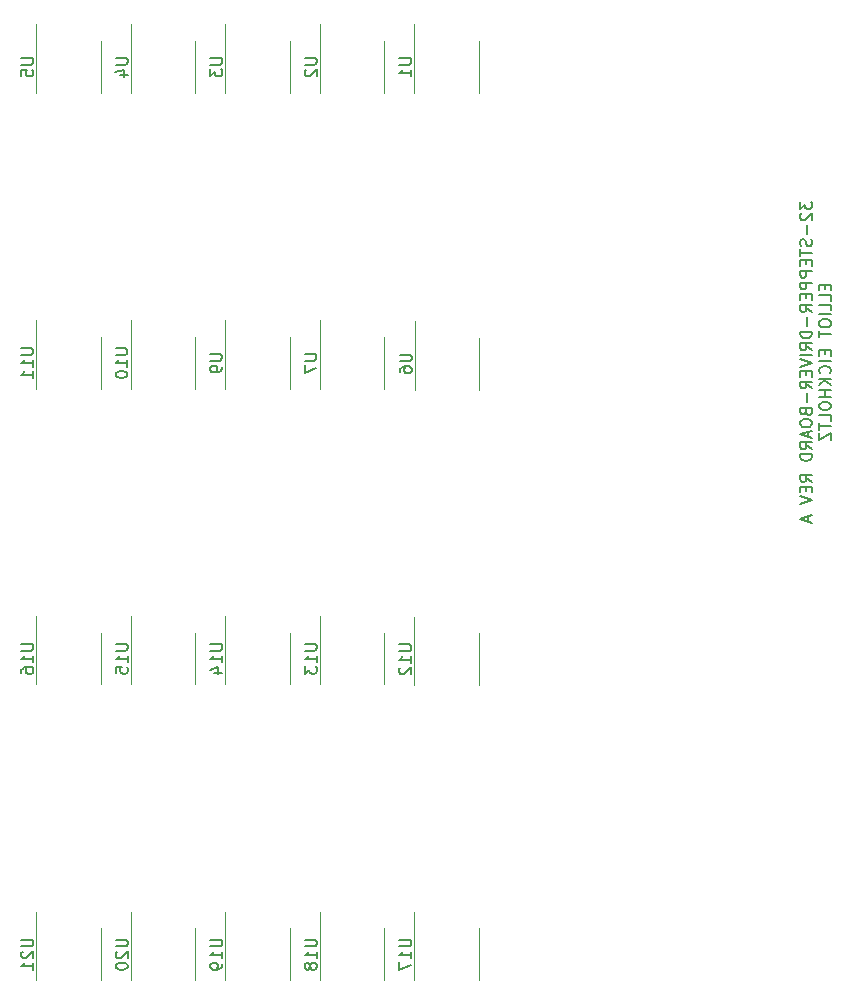
<source format=gbr>
%TF.GenerationSoftware,KiCad,Pcbnew,(6.0.5)*%
%TF.CreationDate,2022-06-09T13:10:52-04:00*%
%TF.ProjectId,32-STEPPER-DRIVER-BOARD,33322d53-5445-4505-9045-522d44524956,rev?*%
%TF.SameCoordinates,Original*%
%TF.FileFunction,Legend,Bot*%
%TF.FilePolarity,Positive*%
%FSLAX46Y46*%
G04 Gerber Fmt 4.6, Leading zero omitted, Abs format (unit mm)*
G04 Created by KiCad (PCBNEW (6.0.5)) date 2022-06-09 13:10:52*
%MOMM*%
%LPD*%
G01*
G04 APERTURE LIST*
%ADD10C,0.150000*%
%ADD11C,0.120000*%
G04 APERTURE END LIST*
D10*
X140023780Y-41419571D02*
X140023780Y-42038619D01*
X140404733Y-41705285D01*
X140404733Y-41848142D01*
X140452352Y-41943380D01*
X140499971Y-41991000D01*
X140595209Y-42038619D01*
X140833304Y-42038619D01*
X140928542Y-41991000D01*
X140976161Y-41943380D01*
X141023780Y-41848142D01*
X141023780Y-41562428D01*
X140976161Y-41467190D01*
X140928542Y-41419571D01*
X140119019Y-42419571D02*
X140071400Y-42467190D01*
X140023780Y-42562428D01*
X140023780Y-42800523D01*
X140071400Y-42895761D01*
X140119019Y-42943380D01*
X140214257Y-42991000D01*
X140309495Y-42991000D01*
X140452352Y-42943380D01*
X141023780Y-42371952D01*
X141023780Y-42991000D01*
X140642828Y-43419571D02*
X140642828Y-44181476D01*
X140976161Y-44610047D02*
X141023780Y-44752904D01*
X141023780Y-44991000D01*
X140976161Y-45086238D01*
X140928542Y-45133857D01*
X140833304Y-45181476D01*
X140738066Y-45181476D01*
X140642828Y-45133857D01*
X140595209Y-45086238D01*
X140547590Y-44991000D01*
X140499971Y-44800523D01*
X140452352Y-44705285D01*
X140404733Y-44657666D01*
X140309495Y-44610047D01*
X140214257Y-44610047D01*
X140119019Y-44657666D01*
X140071400Y-44705285D01*
X140023780Y-44800523D01*
X140023780Y-45038619D01*
X140071400Y-45181476D01*
X140023780Y-45467190D02*
X140023780Y-46038619D01*
X141023780Y-45752904D02*
X140023780Y-45752904D01*
X140499971Y-46371952D02*
X140499971Y-46705285D01*
X141023780Y-46848142D02*
X141023780Y-46371952D01*
X140023780Y-46371952D01*
X140023780Y-46848142D01*
X141023780Y-47276714D02*
X140023780Y-47276714D01*
X140023780Y-47657666D01*
X140071400Y-47752904D01*
X140119019Y-47800523D01*
X140214257Y-47848142D01*
X140357114Y-47848142D01*
X140452352Y-47800523D01*
X140499971Y-47752904D01*
X140547590Y-47657666D01*
X140547590Y-47276714D01*
X141023780Y-48276714D02*
X140023780Y-48276714D01*
X140023780Y-48657666D01*
X140071400Y-48752904D01*
X140119019Y-48800523D01*
X140214257Y-48848142D01*
X140357114Y-48848142D01*
X140452352Y-48800523D01*
X140499971Y-48752904D01*
X140547590Y-48657666D01*
X140547590Y-48276714D01*
X140499971Y-49276714D02*
X140499971Y-49610047D01*
X141023780Y-49752904D02*
X141023780Y-49276714D01*
X140023780Y-49276714D01*
X140023780Y-49752904D01*
X141023780Y-50752904D02*
X140547590Y-50419571D01*
X141023780Y-50181476D02*
X140023780Y-50181476D01*
X140023780Y-50562428D01*
X140071400Y-50657666D01*
X140119019Y-50705285D01*
X140214257Y-50752904D01*
X140357114Y-50752904D01*
X140452352Y-50705285D01*
X140499971Y-50657666D01*
X140547590Y-50562428D01*
X140547590Y-50181476D01*
X140642828Y-51181476D02*
X140642828Y-51943380D01*
X141023780Y-52419571D02*
X140023780Y-52419571D01*
X140023780Y-52657666D01*
X140071400Y-52800523D01*
X140166638Y-52895761D01*
X140261876Y-52943380D01*
X140452352Y-52991000D01*
X140595209Y-52991000D01*
X140785685Y-52943380D01*
X140880923Y-52895761D01*
X140976161Y-52800523D01*
X141023780Y-52657666D01*
X141023780Y-52419571D01*
X141023780Y-53991000D02*
X140547590Y-53657666D01*
X141023780Y-53419571D02*
X140023780Y-53419571D01*
X140023780Y-53800523D01*
X140071400Y-53895761D01*
X140119019Y-53943380D01*
X140214257Y-53991000D01*
X140357114Y-53991000D01*
X140452352Y-53943380D01*
X140499971Y-53895761D01*
X140547590Y-53800523D01*
X140547590Y-53419571D01*
X141023780Y-54419571D02*
X140023780Y-54419571D01*
X140023780Y-54752904D02*
X141023780Y-55086238D01*
X140023780Y-55419571D01*
X140499971Y-55752904D02*
X140499971Y-56086238D01*
X141023780Y-56229095D02*
X141023780Y-55752904D01*
X140023780Y-55752904D01*
X140023780Y-56229095D01*
X141023780Y-57229095D02*
X140547590Y-56895761D01*
X141023780Y-56657666D02*
X140023780Y-56657666D01*
X140023780Y-57038619D01*
X140071400Y-57133857D01*
X140119019Y-57181476D01*
X140214257Y-57229095D01*
X140357114Y-57229095D01*
X140452352Y-57181476D01*
X140499971Y-57133857D01*
X140547590Y-57038619D01*
X140547590Y-56657666D01*
X140642828Y-57657666D02*
X140642828Y-58419571D01*
X140499971Y-59229095D02*
X140547590Y-59371952D01*
X140595209Y-59419571D01*
X140690447Y-59467190D01*
X140833304Y-59467190D01*
X140928542Y-59419571D01*
X140976161Y-59371952D01*
X141023780Y-59276714D01*
X141023780Y-58895761D01*
X140023780Y-58895761D01*
X140023780Y-59229095D01*
X140071400Y-59324333D01*
X140119019Y-59371952D01*
X140214257Y-59419571D01*
X140309495Y-59419571D01*
X140404733Y-59371952D01*
X140452352Y-59324333D01*
X140499971Y-59229095D01*
X140499971Y-58895761D01*
X140023780Y-60086238D02*
X140023780Y-60276714D01*
X140071400Y-60371952D01*
X140166638Y-60467190D01*
X140357114Y-60514809D01*
X140690447Y-60514809D01*
X140880923Y-60467190D01*
X140976161Y-60371952D01*
X141023780Y-60276714D01*
X141023780Y-60086238D01*
X140976161Y-59991000D01*
X140880923Y-59895761D01*
X140690447Y-59848142D01*
X140357114Y-59848142D01*
X140166638Y-59895761D01*
X140071400Y-59991000D01*
X140023780Y-60086238D01*
X140738066Y-60895761D02*
X140738066Y-61371952D01*
X141023780Y-60800523D02*
X140023780Y-61133857D01*
X141023780Y-61467190D01*
X141023780Y-62371952D02*
X140547590Y-62038619D01*
X141023780Y-61800523D02*
X140023780Y-61800523D01*
X140023780Y-62181476D01*
X140071400Y-62276714D01*
X140119019Y-62324333D01*
X140214257Y-62371952D01*
X140357114Y-62371952D01*
X140452352Y-62324333D01*
X140499971Y-62276714D01*
X140547590Y-62181476D01*
X140547590Y-61800523D01*
X141023780Y-62800523D02*
X140023780Y-62800523D01*
X140023780Y-63038619D01*
X140071400Y-63181476D01*
X140166638Y-63276714D01*
X140261876Y-63324333D01*
X140452352Y-63371952D01*
X140595209Y-63371952D01*
X140785685Y-63324333D01*
X140880923Y-63276714D01*
X140976161Y-63181476D01*
X141023780Y-63038619D01*
X141023780Y-62800523D01*
X141023780Y-65133857D02*
X140547590Y-64800523D01*
X141023780Y-64562428D02*
X140023780Y-64562428D01*
X140023780Y-64943380D01*
X140071400Y-65038619D01*
X140119019Y-65086238D01*
X140214257Y-65133857D01*
X140357114Y-65133857D01*
X140452352Y-65086238D01*
X140499971Y-65038619D01*
X140547590Y-64943380D01*
X140547590Y-64562428D01*
X140499971Y-65562428D02*
X140499971Y-65895761D01*
X141023780Y-66038619D02*
X141023780Y-65562428D01*
X140023780Y-65562428D01*
X140023780Y-66038619D01*
X140023780Y-66324333D02*
X141023780Y-66657666D01*
X140023780Y-66991000D01*
X140738066Y-68038619D02*
X140738066Y-68514809D01*
X141023780Y-67943380D02*
X140023780Y-68276714D01*
X141023780Y-68610047D01*
X142109971Y-48443380D02*
X142109971Y-48776714D01*
X142633780Y-48919571D02*
X142633780Y-48443380D01*
X141633780Y-48443380D01*
X141633780Y-48919571D01*
X142633780Y-49824333D02*
X142633780Y-49348142D01*
X141633780Y-49348142D01*
X142633780Y-50633857D02*
X142633780Y-50157666D01*
X141633780Y-50157666D01*
X142633780Y-50967190D02*
X141633780Y-50967190D01*
X141633780Y-51633857D02*
X141633780Y-51824333D01*
X141681400Y-51919571D01*
X141776638Y-52014809D01*
X141967114Y-52062428D01*
X142300447Y-52062428D01*
X142490923Y-52014809D01*
X142586161Y-51919571D01*
X142633780Y-51824333D01*
X142633780Y-51633857D01*
X142586161Y-51538619D01*
X142490923Y-51443380D01*
X142300447Y-51395761D01*
X141967114Y-51395761D01*
X141776638Y-51443380D01*
X141681400Y-51538619D01*
X141633780Y-51633857D01*
X141633780Y-52348142D02*
X141633780Y-52919571D01*
X142633780Y-52633857D02*
X141633780Y-52633857D01*
X142109971Y-54014809D02*
X142109971Y-54348142D01*
X142633780Y-54491000D02*
X142633780Y-54014809D01*
X141633780Y-54014809D01*
X141633780Y-54491000D01*
X142633780Y-54919571D02*
X141633780Y-54919571D01*
X142538542Y-55967190D02*
X142586161Y-55919571D01*
X142633780Y-55776714D01*
X142633780Y-55681476D01*
X142586161Y-55538619D01*
X142490923Y-55443380D01*
X142395685Y-55395761D01*
X142205209Y-55348142D01*
X142062352Y-55348142D01*
X141871876Y-55395761D01*
X141776638Y-55443380D01*
X141681400Y-55538619D01*
X141633780Y-55681476D01*
X141633780Y-55776714D01*
X141681400Y-55919571D01*
X141729019Y-55967190D01*
X142633780Y-56395761D02*
X141633780Y-56395761D01*
X142633780Y-56967190D02*
X142062352Y-56538619D01*
X141633780Y-56967190D02*
X142205209Y-56395761D01*
X142633780Y-57395761D02*
X141633780Y-57395761D01*
X142109971Y-57395761D02*
X142109971Y-57967190D01*
X142633780Y-57967190D02*
X141633780Y-57967190D01*
X141633780Y-58633857D02*
X141633780Y-58824333D01*
X141681400Y-58919571D01*
X141776638Y-59014809D01*
X141967114Y-59062428D01*
X142300447Y-59062428D01*
X142490923Y-59014809D01*
X142586161Y-58919571D01*
X142633780Y-58824333D01*
X142633780Y-58633857D01*
X142586161Y-58538619D01*
X142490923Y-58443380D01*
X142300447Y-58395761D01*
X141967114Y-58395761D01*
X141776638Y-58443380D01*
X141681400Y-58538619D01*
X141633780Y-58633857D01*
X142633780Y-59967190D02*
X142633780Y-59491000D01*
X141633780Y-59491000D01*
X141633780Y-60157666D02*
X141633780Y-60729095D01*
X142633780Y-60443380D02*
X141633780Y-60443380D01*
X141633780Y-60967190D02*
X141633780Y-61633857D01*
X142633780Y-60967190D01*
X142633780Y-61633857D01*
%TO.C,U20*%
X82102380Y-103911904D02*
X82911904Y-103911904D01*
X83007142Y-103959523D01*
X83054761Y-104007142D01*
X83102380Y-104102380D01*
X83102380Y-104292857D01*
X83054761Y-104388095D01*
X83007142Y-104435714D01*
X82911904Y-104483333D01*
X82102380Y-104483333D01*
X82197619Y-104911904D02*
X82150000Y-104959523D01*
X82102380Y-105054761D01*
X82102380Y-105292857D01*
X82150000Y-105388095D01*
X82197619Y-105435714D01*
X82292857Y-105483333D01*
X82388095Y-105483333D01*
X82530952Y-105435714D01*
X83102380Y-104864285D01*
X83102380Y-105483333D01*
X82102380Y-106102380D02*
X82102380Y-106197619D01*
X82150000Y-106292857D01*
X82197619Y-106340476D01*
X82292857Y-106388095D01*
X82483333Y-106435714D01*
X82721428Y-106435714D01*
X82911904Y-106388095D01*
X83007142Y-106340476D01*
X83054761Y-106292857D01*
X83102380Y-106197619D01*
X83102380Y-106102380D01*
X83054761Y-106007142D01*
X83007142Y-105959523D01*
X82911904Y-105911904D01*
X82721428Y-105864285D01*
X82483333Y-105864285D01*
X82292857Y-105911904D01*
X82197619Y-105959523D01*
X82150000Y-106007142D01*
X82102380Y-106102380D01*
%TO.C,U10*%
X82081980Y-53829104D02*
X82891504Y-53829104D01*
X82986742Y-53876723D01*
X83034361Y-53924342D01*
X83081980Y-54019580D01*
X83081980Y-54210057D01*
X83034361Y-54305295D01*
X82986742Y-54352914D01*
X82891504Y-54400533D01*
X82081980Y-54400533D01*
X83081980Y-55400533D02*
X83081980Y-54829104D01*
X83081980Y-55114819D02*
X82081980Y-55114819D01*
X82224838Y-55019580D01*
X82320076Y-54924342D01*
X82367695Y-54829104D01*
X82081980Y-56019580D02*
X82081980Y-56114819D01*
X82129600Y-56210057D01*
X82177219Y-56257676D01*
X82272457Y-56305295D01*
X82462933Y-56352914D01*
X82701028Y-56352914D01*
X82891504Y-56305295D01*
X82986742Y-56257676D01*
X83034361Y-56210057D01*
X83081980Y-56114819D01*
X83081980Y-56019580D01*
X83034361Y-55924342D01*
X82986742Y-55876723D01*
X82891504Y-55829104D01*
X82701028Y-55781485D01*
X82462933Y-55781485D01*
X82272457Y-55829104D01*
X82177219Y-55876723D01*
X82129600Y-55924342D01*
X82081980Y-56019580D01*
%TO.C,U6*%
X106132980Y-54372795D02*
X106942504Y-54372795D01*
X107037742Y-54420414D01*
X107085361Y-54468033D01*
X107132980Y-54563271D01*
X107132980Y-54753747D01*
X107085361Y-54848985D01*
X107037742Y-54896604D01*
X106942504Y-54944223D01*
X106132980Y-54944223D01*
X106132980Y-55848985D02*
X106132980Y-55658509D01*
X106180600Y-55563271D01*
X106228219Y-55515652D01*
X106371076Y-55420414D01*
X106561552Y-55372795D01*
X106942504Y-55372795D01*
X107037742Y-55420414D01*
X107085361Y-55468033D01*
X107132980Y-55563271D01*
X107132980Y-55753747D01*
X107085361Y-55848985D01*
X107037742Y-55896604D01*
X106942504Y-55944223D01*
X106704409Y-55944223D01*
X106609171Y-55896604D01*
X106561552Y-55848985D01*
X106513933Y-55753747D01*
X106513933Y-55563271D01*
X106561552Y-55468033D01*
X106609171Y-55420414D01*
X106704409Y-55372795D01*
%TO.C,U2*%
X98096380Y-29238095D02*
X98905904Y-29238095D01*
X99001142Y-29285714D01*
X99048761Y-29333333D01*
X99096380Y-29428571D01*
X99096380Y-29619047D01*
X99048761Y-29714285D01*
X99001142Y-29761904D01*
X98905904Y-29809523D01*
X98096380Y-29809523D01*
X98191619Y-30238095D02*
X98144000Y-30285714D01*
X98096380Y-30380952D01*
X98096380Y-30619047D01*
X98144000Y-30714285D01*
X98191619Y-30761904D01*
X98286857Y-30809523D01*
X98382095Y-30809523D01*
X98524952Y-30761904D01*
X99096380Y-30190476D01*
X99096380Y-30809523D01*
%TO.C,U17*%
X106102380Y-103911904D02*
X106911904Y-103911904D01*
X107007142Y-103959523D01*
X107054761Y-104007142D01*
X107102380Y-104102380D01*
X107102380Y-104292857D01*
X107054761Y-104388095D01*
X107007142Y-104435714D01*
X106911904Y-104483333D01*
X106102380Y-104483333D01*
X107102380Y-105483333D02*
X107102380Y-104911904D01*
X107102380Y-105197619D02*
X106102380Y-105197619D01*
X106245238Y-105102380D01*
X106340476Y-105007142D01*
X106388095Y-104911904D01*
X106102380Y-105816666D02*
X106102380Y-106483333D01*
X107102380Y-106054761D01*
%TO.C,U13*%
X98102380Y-78861904D02*
X98911904Y-78861904D01*
X99007142Y-78909523D01*
X99054761Y-78957142D01*
X99102380Y-79052380D01*
X99102380Y-79242857D01*
X99054761Y-79338095D01*
X99007142Y-79385714D01*
X98911904Y-79433333D01*
X98102380Y-79433333D01*
X99102380Y-80433333D02*
X99102380Y-79861904D01*
X99102380Y-80147619D02*
X98102380Y-80147619D01*
X98245238Y-80052380D01*
X98340476Y-79957142D01*
X98388095Y-79861904D01*
X98102380Y-80766666D02*
X98102380Y-81385714D01*
X98483333Y-81052380D01*
X98483333Y-81195238D01*
X98530952Y-81290476D01*
X98578571Y-81338095D01*
X98673809Y-81385714D01*
X98911904Y-81385714D01*
X99007142Y-81338095D01*
X99054761Y-81290476D01*
X99102380Y-81195238D01*
X99102380Y-80909523D01*
X99054761Y-80814285D01*
X99007142Y-80766666D01*
%TO.C,U5*%
X74096380Y-29238095D02*
X74905904Y-29238095D01*
X75001142Y-29285714D01*
X75048761Y-29333333D01*
X75096380Y-29428571D01*
X75096380Y-29619047D01*
X75048761Y-29714285D01*
X75001142Y-29761904D01*
X74905904Y-29809523D01*
X74096380Y-29809523D01*
X74096380Y-30761904D02*
X74096380Y-30285714D01*
X74572571Y-30238095D01*
X74524952Y-30285714D01*
X74477333Y-30380952D01*
X74477333Y-30619047D01*
X74524952Y-30714285D01*
X74572571Y-30761904D01*
X74667809Y-30809523D01*
X74905904Y-30809523D01*
X75001142Y-30761904D01*
X75048761Y-30714285D01*
X75096380Y-30619047D01*
X75096380Y-30380952D01*
X75048761Y-30285714D01*
X75001142Y-30238095D01*
%TO.C,U16*%
X74102380Y-78861904D02*
X74911904Y-78861904D01*
X75007142Y-78909523D01*
X75054761Y-78957142D01*
X75102380Y-79052380D01*
X75102380Y-79242857D01*
X75054761Y-79338095D01*
X75007142Y-79385714D01*
X74911904Y-79433333D01*
X74102380Y-79433333D01*
X75102380Y-80433333D02*
X75102380Y-79861904D01*
X75102380Y-80147619D02*
X74102380Y-80147619D01*
X74245238Y-80052380D01*
X74340476Y-79957142D01*
X74388095Y-79861904D01*
X74102380Y-81290476D02*
X74102380Y-81100000D01*
X74150000Y-81004761D01*
X74197619Y-80957142D01*
X74340476Y-80861904D01*
X74530952Y-80814285D01*
X74911904Y-80814285D01*
X75007142Y-80861904D01*
X75054761Y-80909523D01*
X75102380Y-81004761D01*
X75102380Y-81195238D01*
X75054761Y-81290476D01*
X75007142Y-81338095D01*
X74911904Y-81385714D01*
X74673809Y-81385714D01*
X74578571Y-81338095D01*
X74530952Y-81290476D01*
X74483333Y-81195238D01*
X74483333Y-81004761D01*
X74530952Y-80909523D01*
X74578571Y-80861904D01*
X74673809Y-80814285D01*
%TO.C,U4*%
X82096380Y-29238095D02*
X82905904Y-29238095D01*
X83001142Y-29285714D01*
X83048761Y-29333333D01*
X83096380Y-29428571D01*
X83096380Y-29619047D01*
X83048761Y-29714285D01*
X83001142Y-29761904D01*
X82905904Y-29809523D01*
X82096380Y-29809523D01*
X82429714Y-30714285D02*
X83096380Y-30714285D01*
X82048761Y-30476190D02*
X82763047Y-30238095D01*
X82763047Y-30857142D01*
%TO.C,U3*%
X90096380Y-29238095D02*
X90905904Y-29238095D01*
X91001142Y-29285714D01*
X91048761Y-29333333D01*
X91096380Y-29428571D01*
X91096380Y-29619047D01*
X91048761Y-29714285D01*
X91001142Y-29761904D01*
X90905904Y-29809523D01*
X90096380Y-29809523D01*
X90096380Y-30190476D02*
X90096380Y-30809523D01*
X90477333Y-30476190D01*
X90477333Y-30619047D01*
X90524952Y-30714285D01*
X90572571Y-30761904D01*
X90667809Y-30809523D01*
X90905904Y-30809523D01*
X91001142Y-30761904D01*
X91048761Y-30714285D01*
X91096380Y-30619047D01*
X91096380Y-30333333D01*
X91048761Y-30238095D01*
X91001142Y-30190476D01*
%TO.C,U12*%
X106102380Y-78911904D02*
X106911904Y-78911904D01*
X107007142Y-78959523D01*
X107054761Y-79007142D01*
X107102380Y-79102380D01*
X107102380Y-79292857D01*
X107054761Y-79388095D01*
X107007142Y-79435714D01*
X106911904Y-79483333D01*
X106102380Y-79483333D01*
X107102380Y-80483333D02*
X107102380Y-79911904D01*
X107102380Y-80197619D02*
X106102380Y-80197619D01*
X106245238Y-80102380D01*
X106340476Y-80007142D01*
X106388095Y-79911904D01*
X106197619Y-80864285D02*
X106150000Y-80911904D01*
X106102380Y-81007142D01*
X106102380Y-81245238D01*
X106150000Y-81340476D01*
X106197619Y-81388095D01*
X106292857Y-81435714D01*
X106388095Y-81435714D01*
X106530952Y-81388095D01*
X107102380Y-80816666D01*
X107102380Y-81435714D01*
%TO.C,U1*%
X106096380Y-29238095D02*
X106905904Y-29238095D01*
X107001142Y-29285714D01*
X107048761Y-29333333D01*
X107096380Y-29428571D01*
X107096380Y-29619047D01*
X107048761Y-29714285D01*
X107001142Y-29761904D01*
X106905904Y-29809523D01*
X106096380Y-29809523D01*
X107096380Y-30809523D02*
X107096380Y-30238095D01*
X107096380Y-30523809D02*
X106096380Y-30523809D01*
X106239238Y-30428571D01*
X106334476Y-30333333D01*
X106382095Y-30238095D01*
%TO.C,U15*%
X82102380Y-78861904D02*
X82911904Y-78861904D01*
X83007142Y-78909523D01*
X83054761Y-78957142D01*
X83102380Y-79052380D01*
X83102380Y-79242857D01*
X83054761Y-79338095D01*
X83007142Y-79385714D01*
X82911904Y-79433333D01*
X82102380Y-79433333D01*
X83102380Y-80433333D02*
X83102380Y-79861904D01*
X83102380Y-80147619D02*
X82102380Y-80147619D01*
X82245238Y-80052380D01*
X82340476Y-79957142D01*
X82388095Y-79861904D01*
X82102380Y-81338095D02*
X82102380Y-80861904D01*
X82578571Y-80814285D01*
X82530952Y-80861904D01*
X82483333Y-80957142D01*
X82483333Y-81195238D01*
X82530952Y-81290476D01*
X82578571Y-81338095D01*
X82673809Y-81385714D01*
X82911904Y-81385714D01*
X83007142Y-81338095D01*
X83054761Y-81290476D01*
X83102380Y-81195238D01*
X83102380Y-80957142D01*
X83054761Y-80861904D01*
X83007142Y-80814285D01*
%TO.C,U18*%
X98102380Y-103911904D02*
X98911904Y-103911904D01*
X99007142Y-103959523D01*
X99054761Y-104007142D01*
X99102380Y-104102380D01*
X99102380Y-104292857D01*
X99054761Y-104388095D01*
X99007142Y-104435714D01*
X98911904Y-104483333D01*
X98102380Y-104483333D01*
X99102380Y-105483333D02*
X99102380Y-104911904D01*
X99102380Y-105197619D02*
X98102380Y-105197619D01*
X98245238Y-105102380D01*
X98340476Y-105007142D01*
X98388095Y-104911904D01*
X98530952Y-106054761D02*
X98483333Y-105959523D01*
X98435714Y-105911904D01*
X98340476Y-105864285D01*
X98292857Y-105864285D01*
X98197619Y-105911904D01*
X98150000Y-105959523D01*
X98102380Y-106054761D01*
X98102380Y-106245238D01*
X98150000Y-106340476D01*
X98197619Y-106388095D01*
X98292857Y-106435714D01*
X98340476Y-106435714D01*
X98435714Y-106388095D01*
X98483333Y-106340476D01*
X98530952Y-106245238D01*
X98530952Y-106054761D01*
X98578571Y-105959523D01*
X98626190Y-105911904D01*
X98721428Y-105864285D01*
X98911904Y-105864285D01*
X99007142Y-105911904D01*
X99054761Y-105959523D01*
X99102380Y-106054761D01*
X99102380Y-106245238D01*
X99054761Y-106340476D01*
X99007142Y-106388095D01*
X98911904Y-106435714D01*
X98721428Y-106435714D01*
X98626190Y-106388095D01*
X98578571Y-106340476D01*
X98530952Y-106245238D01*
%TO.C,U7*%
X98081980Y-54305295D02*
X98891504Y-54305295D01*
X98986742Y-54352914D01*
X99034361Y-54400533D01*
X99081980Y-54495771D01*
X99081980Y-54686247D01*
X99034361Y-54781485D01*
X98986742Y-54829104D01*
X98891504Y-54876723D01*
X98081980Y-54876723D01*
X98081980Y-55257676D02*
X98081980Y-55924342D01*
X99081980Y-55495771D01*
%TO.C,U19*%
X90102380Y-103911904D02*
X90911904Y-103911904D01*
X91007142Y-103959523D01*
X91054761Y-104007142D01*
X91102380Y-104102380D01*
X91102380Y-104292857D01*
X91054761Y-104388095D01*
X91007142Y-104435714D01*
X90911904Y-104483333D01*
X90102380Y-104483333D01*
X91102380Y-105483333D02*
X91102380Y-104911904D01*
X91102380Y-105197619D02*
X90102380Y-105197619D01*
X90245238Y-105102380D01*
X90340476Y-105007142D01*
X90388095Y-104911904D01*
X91102380Y-105959523D02*
X91102380Y-106150000D01*
X91054761Y-106245238D01*
X91007142Y-106292857D01*
X90864285Y-106388095D01*
X90673809Y-106435714D01*
X90292857Y-106435714D01*
X90197619Y-106388095D01*
X90150000Y-106340476D01*
X90102380Y-106245238D01*
X90102380Y-106054761D01*
X90150000Y-105959523D01*
X90197619Y-105911904D01*
X90292857Y-105864285D01*
X90530952Y-105864285D01*
X90626190Y-105911904D01*
X90673809Y-105959523D01*
X90721428Y-106054761D01*
X90721428Y-106245238D01*
X90673809Y-106340476D01*
X90626190Y-106388095D01*
X90530952Y-106435714D01*
%TO.C,U14*%
X90102380Y-78861904D02*
X90911904Y-78861904D01*
X91007142Y-78909523D01*
X91054761Y-78957142D01*
X91102380Y-79052380D01*
X91102380Y-79242857D01*
X91054761Y-79338095D01*
X91007142Y-79385714D01*
X90911904Y-79433333D01*
X90102380Y-79433333D01*
X91102380Y-80433333D02*
X91102380Y-79861904D01*
X91102380Y-80147619D02*
X90102380Y-80147619D01*
X90245238Y-80052380D01*
X90340476Y-79957142D01*
X90388095Y-79861904D01*
X90435714Y-81290476D02*
X91102380Y-81290476D01*
X90054761Y-81052380D02*
X90769047Y-80814285D01*
X90769047Y-81433333D01*
%TO.C,U21*%
X74102380Y-103911904D02*
X74911904Y-103911904D01*
X75007142Y-103959523D01*
X75054761Y-104007142D01*
X75102380Y-104102380D01*
X75102380Y-104292857D01*
X75054761Y-104388095D01*
X75007142Y-104435714D01*
X74911904Y-104483333D01*
X74102380Y-104483333D01*
X74197619Y-104911904D02*
X74150000Y-104959523D01*
X74102380Y-105054761D01*
X74102380Y-105292857D01*
X74150000Y-105388095D01*
X74197619Y-105435714D01*
X74292857Y-105483333D01*
X74388095Y-105483333D01*
X74530952Y-105435714D01*
X75102380Y-104864285D01*
X75102380Y-105483333D01*
X75102380Y-106435714D02*
X75102380Y-105864285D01*
X75102380Y-106150000D02*
X74102380Y-106150000D01*
X74245238Y-106054761D01*
X74340476Y-105959523D01*
X74388095Y-105864285D01*
%TO.C,U11*%
X74081980Y-53829104D02*
X74891504Y-53829104D01*
X74986742Y-53876723D01*
X75034361Y-53924342D01*
X75081980Y-54019580D01*
X75081980Y-54210057D01*
X75034361Y-54305295D01*
X74986742Y-54352914D01*
X74891504Y-54400533D01*
X74081980Y-54400533D01*
X75081980Y-55400533D02*
X75081980Y-54829104D01*
X75081980Y-55114819D02*
X74081980Y-55114819D01*
X74224838Y-55019580D01*
X74320076Y-54924342D01*
X74367695Y-54829104D01*
X75081980Y-56352914D02*
X75081980Y-55781485D01*
X75081980Y-56067200D02*
X74081980Y-56067200D01*
X74224838Y-55971961D01*
X74320076Y-55876723D01*
X74367695Y-55781485D01*
%TO.C,U9*%
X90081980Y-54305295D02*
X90891504Y-54305295D01*
X90986742Y-54352914D01*
X91034361Y-54400533D01*
X91081980Y-54495771D01*
X91081980Y-54686247D01*
X91034361Y-54781485D01*
X90986742Y-54829104D01*
X90891504Y-54876723D01*
X90081980Y-54876723D01*
X91081980Y-55400533D02*
X91081980Y-55591009D01*
X91034361Y-55686247D01*
X90986742Y-55733866D01*
X90843885Y-55829104D01*
X90653409Y-55876723D01*
X90272457Y-55876723D01*
X90177219Y-55829104D01*
X90129600Y-55781485D01*
X90081980Y-55686247D01*
X90081980Y-55495771D01*
X90129600Y-55400533D01*
X90177219Y-55352914D01*
X90272457Y-55305295D01*
X90510552Y-55305295D01*
X90605790Y-55352914D01*
X90653409Y-55400533D01*
X90701028Y-55495771D01*
X90701028Y-55686247D01*
X90653409Y-55781485D01*
X90605790Y-55829104D01*
X90510552Y-55876723D01*
D11*
%TO.C,U20*%
X88835000Y-105150000D02*
X88835000Y-102950000D01*
X83365000Y-105150000D02*
X83365000Y-107350000D01*
X88835000Y-105150000D02*
X88835000Y-107350000D01*
X83365000Y-105150000D02*
X83365000Y-101550000D01*
%TO.C,U10*%
X88814600Y-55067200D02*
X88814600Y-57267200D01*
X88814600Y-55067200D02*
X88814600Y-52867200D01*
X83344600Y-55067200D02*
X83344600Y-51467200D01*
X83344600Y-55067200D02*
X83344600Y-57267200D01*
%TO.C,U6*%
X112865600Y-55134700D02*
X112865600Y-52934700D01*
X107395600Y-55134700D02*
X107395600Y-51534700D01*
X112865600Y-55134700D02*
X112865600Y-57334700D01*
X107395600Y-55134700D02*
X107395600Y-57334700D01*
%TO.C,U2*%
X104829000Y-30000000D02*
X104829000Y-32200000D01*
X99359000Y-30000000D02*
X99359000Y-26400000D01*
X104829000Y-30000000D02*
X104829000Y-27800000D01*
X99359000Y-30000000D02*
X99359000Y-32200000D01*
%TO.C,U17*%
X112835000Y-105150000D02*
X112835000Y-107350000D01*
X107365000Y-105150000D02*
X107365000Y-107350000D01*
X107365000Y-105150000D02*
X107365000Y-101550000D01*
X112835000Y-105150000D02*
X112835000Y-102950000D01*
%TO.C,U13*%
X99365000Y-80100000D02*
X99365000Y-76500000D01*
X104835000Y-80100000D02*
X104835000Y-82300000D01*
X104835000Y-80100000D02*
X104835000Y-77900000D01*
X99365000Y-80100000D02*
X99365000Y-82300000D01*
%TO.C,U5*%
X80829000Y-30000000D02*
X80829000Y-27800000D01*
X80829000Y-30000000D02*
X80829000Y-32200000D01*
X75359000Y-30000000D02*
X75359000Y-26400000D01*
X75359000Y-30000000D02*
X75359000Y-32200000D01*
%TO.C,U16*%
X75365000Y-80100000D02*
X75365000Y-82300000D01*
X75365000Y-80100000D02*
X75365000Y-76500000D01*
X80835000Y-80100000D02*
X80835000Y-77900000D01*
X80835000Y-80100000D02*
X80835000Y-82300000D01*
%TO.C,U4*%
X83359000Y-30000000D02*
X83359000Y-32200000D01*
X83359000Y-30000000D02*
X83359000Y-26400000D01*
X88829000Y-30000000D02*
X88829000Y-27800000D01*
X88829000Y-30000000D02*
X88829000Y-32200000D01*
%TO.C,U3*%
X91359000Y-30000000D02*
X91359000Y-26400000D01*
X91359000Y-30000000D02*
X91359000Y-32200000D01*
X96829000Y-30000000D02*
X96829000Y-27800000D01*
X96829000Y-30000000D02*
X96829000Y-32200000D01*
%TO.C,U12*%
X107365000Y-80150000D02*
X107365000Y-76550000D01*
X107365000Y-80150000D02*
X107365000Y-82350000D01*
X112835000Y-80150000D02*
X112835000Y-77950000D01*
X112835000Y-80150000D02*
X112835000Y-82350000D01*
%TO.C,U1*%
X112829000Y-30000000D02*
X112829000Y-27800000D01*
X107359000Y-30000000D02*
X107359000Y-26400000D01*
X112829000Y-30000000D02*
X112829000Y-32200000D01*
X107359000Y-30000000D02*
X107359000Y-32200000D01*
%TO.C,U15*%
X83365000Y-80100000D02*
X83365000Y-82300000D01*
X83365000Y-80100000D02*
X83365000Y-76500000D01*
X88835000Y-80100000D02*
X88835000Y-77900000D01*
X88835000Y-80100000D02*
X88835000Y-82300000D01*
%TO.C,U18*%
X104835000Y-105150000D02*
X104835000Y-107350000D01*
X99365000Y-105150000D02*
X99365000Y-101550000D01*
X99365000Y-105150000D02*
X99365000Y-107350000D01*
X104835000Y-105150000D02*
X104835000Y-102950000D01*
%TO.C,U7*%
X104814600Y-55067200D02*
X104814600Y-52867200D01*
X104814600Y-55067200D02*
X104814600Y-57267200D01*
X99344600Y-55067200D02*
X99344600Y-51467200D01*
X99344600Y-55067200D02*
X99344600Y-57267200D01*
%TO.C,U19*%
X91365000Y-105150000D02*
X91365000Y-101550000D01*
X96835000Y-105150000D02*
X96835000Y-102950000D01*
X91365000Y-105150000D02*
X91365000Y-107350000D01*
X96835000Y-105150000D02*
X96835000Y-107350000D01*
%TO.C,U14*%
X91365000Y-80100000D02*
X91365000Y-76500000D01*
X96835000Y-80100000D02*
X96835000Y-77900000D01*
X96835000Y-80100000D02*
X96835000Y-82300000D01*
X91365000Y-80100000D02*
X91365000Y-82300000D01*
%TO.C,U21*%
X80835000Y-105150000D02*
X80835000Y-107350000D01*
X80835000Y-105150000D02*
X80835000Y-102950000D01*
X75365000Y-105150000D02*
X75365000Y-107350000D01*
X75365000Y-105150000D02*
X75365000Y-101550000D01*
%TO.C,U11*%
X80814600Y-55067200D02*
X80814600Y-57267200D01*
X75344600Y-55067200D02*
X75344600Y-57267200D01*
X75344600Y-55067200D02*
X75344600Y-51467200D01*
X80814600Y-55067200D02*
X80814600Y-52867200D01*
%TO.C,U9*%
X96814600Y-55067200D02*
X96814600Y-57267200D01*
X96814600Y-55067200D02*
X96814600Y-52867200D01*
X91344600Y-55067200D02*
X91344600Y-57267200D01*
X91344600Y-55067200D02*
X91344600Y-51467200D01*
%TD*%
M02*

</source>
